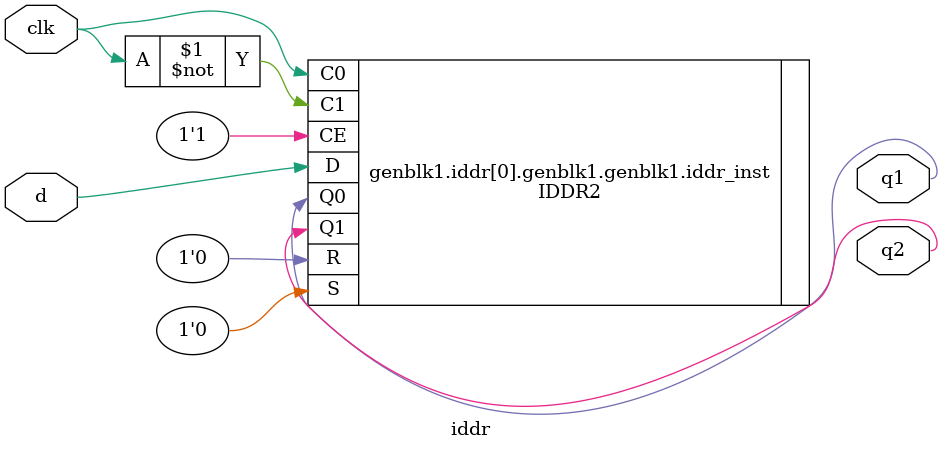
<source format=v>
/*

Copyright (c) 2016-2018 Alex Forencich

Permission is hereby granted, free of charge, to any person obtaining a copy
of this software and associated documentation files (the "Software"), to deal
in the Software without restriction, including without limitation the rights
to use, copy, modify, merge, publish, distribute, sublicense, and/or sell
copies of the Software, and to permit persons to whom the Software is
furnished to do so, subject to the following conditions:

The above copyright notice and this permission notice shall be included in
all copies or substantial portions of the Software.

THE SOFTWARE IS PROVIDED "AS IS", WITHOUT WARRANTY OF ANY KIND, EXPRESS OR
IMPLIED, INCLUDING BUT NOT LIMITED TO THE WARRANTIES OF MERCHANTABILITY
FITNESS FOR A PARTICULAR PURPOSE AND NONINFRINGEMENT. IN NO EVENT SHALL THE
AUTHORS OR COPYRIGHT HOLDERS BE LIABLE FOR ANY CLAIM, DAMAGES OR OTHER
LIABILITY, WHETHER IN AN ACTION OF CONTRACT, TORT OR OTHERWISE, ARISING FROM,
OUT OF OR IN CONNECTION WITH THE SOFTWARE OR THE USE OR OTHER DEALINGS IN
THE SOFTWARE.

*/

// Language: Verilog 2001

`timescale 1ns / 1ps

/*
 * Generic IDDR module
 */
module iddr #
(
    // target ("SIM", "GENERIC", "XILINX", "ALTERA")
    parameter TARGET = "XILINX",
    // IODDR style ("IODDR", "IODDR2")
    // Use IODDR for Virtex-4, Virtex-5, Virtex-6, 7 Series, Ultrascale
    // Use IODDR2 for Spartan-6
    parameter IODDR_STYLE = "IODDR2",
    // Width of register in bits
    parameter WIDTH = 1
)
(
    input  wire             clk,

    input  wire [WIDTH-1:0] d,

    output wire [WIDTH-1:0] q1,
    output wire [WIDTH-1:0] q2
);

/*

Provides a consistent input DDR flip flop across multiple FPGA families
              _____       _____       _____       _____       ____
    clk  ____/     \_____/     \_____/     \_____/     \_____/
         _ _____ _____ _____ _____ _____ _____ _____ _____ _____ _
    d    _X_D0__X_D1__X_D2__X_D3__X_D4__X_D5__X_D6__X_D7__X_D8__X_
         _______ ___________ ___________ ___________ ___________ _
    q1   _______X___________X____D0_____X____D2_____X____D4_____X_
         _______ ___________ ___________ ___________ ___________ _
    q2   _______X___________X____D1_____X____D3_____X____D5_____X_

*/

genvar n;

generate

if (TARGET == "XILINX") begin
    for (n = 0; n < WIDTH; n = n + 1) begin : iddr
        if (IODDR_STYLE == "IODDR") begin
            IDDR #(
                .DDR_CLK_EDGE("SAME_EDGE_PIPELINED"),
                .SRTYPE("ASYNC")
            )
            iddr_inst (
                .Q1(q1[n]),
                .Q2(q2[n]),
                .C(clk),
                .CE(1'b1),
                .D(d[n]),
                .R(1'b0),
                .S(1'b0)
            );
        end else if (IODDR_STYLE == "IODDR2") begin
            IDDR2 #(
                .DDR_ALIGNMENT("C0")
            )
            iddr_inst (
                .Q0(q1[n]),
                .Q1(q2[n]),
                .C0(clk),
                .C1(~clk),
                .CE(1'b1),
                .D(d[n]),
                .R(1'b0),
                .S(1'b0)
            );
        end
    end
end else if (TARGET == "ALTERA") begin
    wire [WIDTH-1:0] q1_int;
    reg [WIDTH-1:0] q1_delay;

    altddio_in #(
        .WIDTH(WIDTH),
        .POWER_UP_HIGH("OFF")
    )
    altddio_in_inst (
        .aset(1'b0),
        .datain(d),
        .inclocken(1'b1),
        .inclock(clk),
        .aclr(1'b0),
        .dataout_h(q1_int),
        .dataout_l(q2)
    );

    always @(posedge clk) begin
        q1_delay <= q1_int;
    end

    assign q1 = q1_delay;
end else begin
    reg [WIDTH-1:0] d_reg_1 = {WIDTH{1'b0}};
    reg [WIDTH-1:0] d_reg_2 = {WIDTH{1'b0}};

    reg [WIDTH-1:0] q_reg_1 = {WIDTH{1'b0}};
    reg [WIDTH-1:0] q_reg_2 = {WIDTH{1'b0}};

    always @(posedge clk) begin
        d_reg_1 <= d;
    end

    always @(negedge clk) begin
        d_reg_2 <= d;
    end

    always @(posedge clk) begin
        q_reg_1 <= d_reg_1;
        q_reg_2 <= d_reg_2;
    end

    assign q1 = q_reg_1;
    assign q2 = q_reg_2;
end

endgenerate

endmodule

</source>
